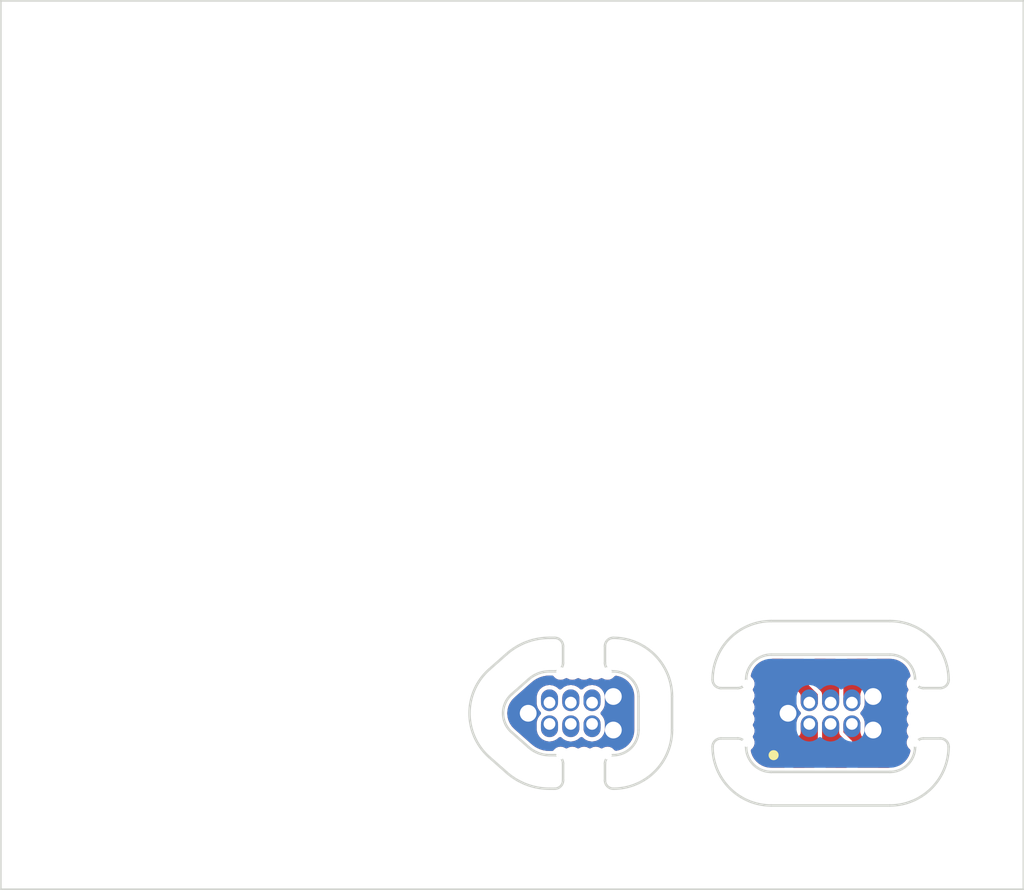
<source format=kicad_pcb>
(kicad_pcb (version 20211014) (generator pcbnew)
  (layers (0 "F.Cu" signal) (31 "B.Cu" signal) (34 "B.Paste" user) (35 "F.Paste" user) (36 "B.SilkS" user "B.Silkscreen") (37 "F.SilkS" user "F.Silkscreen") (38 "B.Mask" user) (39 "F.Mask" user) (44 "Edge.Cuts" user))
  (net 0 "")
  (net 1 "unconnected-(J1-Pad1)")
  (net 2 "unconnected-(J1-Pad2)")
  (net 3 "unconnected-(J1-Pad3)")
  (net 4 "unconnected-(J1-Pad4)")
  (net 5 "unconnected-(J1-Pad5)")
  (net 6 "unconnected-(J1-Pad6)")
  (net 7 "unconnected-(J1-PadMP)")
  (net 14 "unconnected-(J2-PadMP)")
  (footprint "Stamp_Attach:SA_layer_D" (layer "F.Cu") (at 152 127)
    (fp_text reference "J2" hide)
    (fp_text value "SA_layer_D")
    (fp_line (start -3.829041 -3.531469) (end -4.857373 -2.622934) (layer "Edge.Cuts") (width 0.15))
    (fp_line (start -0.96 -2.5) (end -1.27 -2.5) (layer "Edge.Cuts") (width 0.15))
    (fp_line (start -0.46 3) (end -0.46 4) (layer "Edge.Cuts") (width 0.15))
    (fp_line (start -0.96 -4.5) (end -1.27 -4.5) (layer "Edge.Cuts") (width 0.15))
    (fp_line (start -0.96 4.5) (end -1.27 4.5) (layer "Edge.Cuts") (width 0.15))
    (fp_line (start 4.04 -1) (end 4.04 1) (layer "Edge.Cuts") (width 0.15))
    (fp_line (start -0.46 -3) (end -0.46 -4) (layer "Edge.Cuts") (width 0.15))
    (fp_line (start -3.53316 1.124115) (end -2.504829 2.032649) (layer "Edge.Cuts") (width 0.15))
    (fp_line (start -0.96 2.5) (end -1.27 2.5) (layer "Edge.Cuts") (width 0.15))
    (fp_line (start -2.504829 -2.032649) (end -3.53316 -1.124115) (layer "Edge.Cuts") (width 0.15))
    (fp_line (start -4.857373 2.622934) (end -3.829041 3.531469) (layer "Edge.Cuts") (width 0.15))
    (fp_line (start 2.04 4) (end 2.04 3) (layer "Edge.Cuts") (width 0.15))
    (fp_line (start 6.04 1) (end 6.04 -1) (layer "Edge.Cuts") (width 0.15))
    (fp_line (start 2.04 -3) (end 2.04 -4) (layer "Edge.Cuts") (width 0.15))
    (fp_arc (start -0.46 4) (mid -0.606447 4.353553) (end -0.96 4.5) (layer "Edge.Cuts") (width 0.15))
    (fp_arc (start 2.54 -2.5) (mid 2.186447 -2.646447) (end 2.04 -3) (layer "Edge.Cuts") (width 0.15))
    (fp_arc (start -2.504829 -2.032649) (mid -1.930155 -2.379254) (end -1.27 -2.5) (layer "Edge.Cuts") (width 0.15))
    (fp_arc (start 6.04 1) (mid 5.014874 3.474874) (end 2.54 4.5) (layer "Edge.Cuts") (width 0.15))
    (fp_arc (start 2.04 -4) (mid 2.186447 -4.353553) (end 2.54 -4.5) (layer "Edge.Cuts") (width 0.15))
    (fp_arc (start -1.27 4.5) (mid -2.638096 4.249767) (end -3.829041 3.531469) (layer "Edge.Cuts") (width 0.15))
    (fp_arc (start -0.96 2.5) (mid -0.606447 2.646447) (end -0.46 3) (layer "Edge.Cuts") (width 0.15))
    (fp_arc (start 2.54 -4.5) (mid 5.014874 -3.474874) (end 6.04 -1) (layer "Edge.Cuts") (width 0.15))
    (fp_arc (start 4.04 1) (mid 3.60066 2.06066) (end 2.54 2.5) (layer "Edge.Cuts") (width 0.15))
    (fp_arc (start -0.46 -3) (mid -0.606447 -2.646447) (end -0.96 -2.5) (layer "Edge.Cuts") (width 0.15))
    (fp_arc (start -3.53316 1.124115) (mid -4.04 0) (end -3.53316 -1.124115) (layer "Edge.Cuts") (width 0.15))
    (fp_arc (start -3.829041 -3.531469) (mid -2.638096 -4.249767) (end -1.27 -4.5) (layer "Edge.Cuts") (width 0.15))
    (fp_arc (start -0.96 -4.5) (mid -0.606447 -4.353553) (end -0.46 -4) (layer "Edge.Cuts") (width 0.15))
    (fp_arc (start 2.54 4.5) (mid 2.186447 4.353553) (end 2.04 4) (layer "Edge.Cuts") (width 0.15))
    (fp_arc (start -1.27 2.5) (mid -1.930155 2.379254) (end -2.504829 2.032649) (layer "Edge.Cuts") (width 0.15))
    (fp_arc (start 2.04 3) (mid 2.186447 2.646447) (end 2.54 2.5) (layer "Edge.Cuts") (width 0.15))
    (fp_arc (start -4.857373 2.622934) (mid -6.04 0) (end -4.857373 -2.622934) (layer "Edge.Cuts") (width 0.15))
    (fp_arc (start 2.54 -2.5) (mid 3.60066 -2.06066) (end 4.04 -1) (layer "Edge.Cuts") (width 0.15))
    (pad "" np_thru_hole circle (at 2.19 -2.5) (size 0.5 0.5) (drill 0.5) (layers F&B.Cu *.Mask))
    (pad "" np_thru_hole circle (at 0.09 -2.5) (size 0.5 0.5) (drill 0.5) (layers F&B.Cu *.Mask))
    (pad "" np_thru_hole circle (at 0.79 2.5 180) (size 0.5 0.5) (drill 0.5) (layers F&B.Cu *.Mask))
    (pad "" np_thru_hole circle (at 1.49 -2.5) (size 0.5 0.5) (drill 0.5) (layers F&B.Cu *.Mask))
    (pad "" np_thru_hole circle (at -0.61 -2.5) (size 0.5 0.5) (drill 0.5) (layers F&B.Cu *.Mask))
    (pad "" np_thru_hole circle (at 2.19 2.5 180) (size 0.5 0.5) (drill 0.5) (layers F&B.Cu *.Mask))
    (pad "" np_thru_hole circle (at 0.09 2.5 180) (size 0.5 0.5) (drill 0.5) (layers F&B.Cu *.Mask))
    (pad "" np_thru_hole circle (at -0.61 2.5 180) (size 0.5 0.5) (drill 0.5) (layers F&B.Cu *.Mask))
    (pad "" np_thru_hole circle (at 0.79 -2.5) (size 0.5 0.5) (drill 0.5) (layers F&B.Cu *.Mask))
    (pad "" np_thru_hole circle (at 1.49 2.5 180) (size 0.5 0.5) (drill 0.5) (layers F&B.Cu *.Mask))
    (pad "1" thru_hole custom (at -1.27 0.635 270) (size 1.02 1.02) (drill 0.7) (layers *.Cu *.Mask) (options (clearance outline) (anchor circle)) (primitives (gr_circle (center 0.28 0) (end 0.79 0) (width 0) (fill yes)) (gr_poly (pts (xy 0 0.51) (xy 0.28 0.51) (xy 0.28 -0.51) (xy 0 -0.51)) (width 0) (fill yes))))
    (pad "2" thru_hole custom (at -1.27 -0.635 90) (size 1.02 1.02) (drill 0.7) (layers *.Cu *.Mask) (options (clearance outline) (anchor circle)) (primitives (gr_circle (center 0.28 0) (end 0.79 0) (width 0) (fill yes)) (gr_poly (pts (xy 0 0.51) (xy 0.28 0.51) (xy 0.28 -0.51) (xy 0 -0.51)) (width 0) (fill yes))))
    (pad "3" thru_hole custom (at 0 0.635 270) (size 1.02 1.02) (drill 0.7) (layers *.Cu *.Mask) (options (clearance outline) (anchor circle)) (primitives (gr_circle (center 0.28 0) (end 0.79 0) (width 0) (fill yes)) (gr_poly (pts (xy 0 0.51) (xy 0.28 0.51) (xy 0.28 -0.51) (xy 0 -0.51)) (width 0) (fill yes))))
    (pad "4" thru_hole custom (at 0 -0.635 90) (size 1.02 1.02) (drill 0.7) (layers *.Cu *.Mask) (options (clearance outline) (anchor circle)) (primitives (gr_circle (center 0.28 0) (end 0.79 0) (width 0) (fill yes)) (gr_poly (pts (xy 0 0.51) (xy 0.28 0.51) (xy 0.28 -0.51) (xy 0 -0.51)) (width 0) (fill yes))))
    (pad "5" thru_hole custom (at 1.27 0.635 270) (size 1.02 1.02) (drill 0.7) (layers *.Cu *.Mask) (options (clearance outline) (anchor circle)) (primitives (gr_circle (center 0.28 0) (end 0.79 0) (width 0) (fill yes)) (gr_poly (pts (xy 0 0.51) (xy 0.28 0.51) (xy 0.28 -0.51) (xy 0 -0.51)) (width 0) (fill yes))))
    (pad "6" thru_hole custom (at 1.27 -0.635 90) (size 1.02 1.02) (drill 0.7) (layers *.Cu *.Mask) (options (clearance outline) (anchor circle)) (primitives (gr_circle (center 0.28 0) (end 0.79 0) (width 0) (fill yes)) (gr_poly (pts (xy 0 0.51) (xy 0.28 0.51) (xy 0.28 -0.51) (xy 0 -0.51)) (width 0) (fill yes))))
    (pad "MP" thru_hole custom (at 2.54 1 45) (size 1 1) (drill 1) (layers *.Cu *.Mask) (net 14 "unconnected-(J2-PadMP)") (options (clearance outline) (anchor circle)) (primitives (gr_poly (pts (xy 0 0) (xy 0.5 0.5) (xy 0.75 0.5) (xy 0.75 -0.5) (xy 0.5 -0.5)) (width 0) (fill yes))))
    (pad "MP" thru_hole custom (at -2.54 0 180) (size 1 1) (drill 1) (layers *.Cu *.Mask) (net 14 "unconnected-(J2-PadMP)") (options (clearance outline) (anchor circle)) (primitives (gr_poly (pts (xy 0 0) (xy 0.5 0.5) (xy 0.75 0.5) (xy 0.75 -0.5) (xy 0.5 -0.5)) (width 0) (fill yes))))
    (pad "MP" thru_hole custom (at 2.54 -1 315) (size 1 1) (drill 1) (layers *.Cu *.Mask) (net 14 "unconnected-(J2-PadMP)") (options (clearance outline) (anchor circle)) (primitives (gr_poly (pts (xy 0 0) (xy 0.5 0.5) (xy 0.75 0.5) (xy 0.75 -0.5) (xy 0.5 -0.5)) (width 0) (fill yes))))
  )
  (footprint "Stamp_Attach:SA_layer_A" (layer "F.Cu") (at 167.5 127)
    (fp_text reference "J1" hide)
    (fp_text value "SA_layer_A")
    (fp_line (start -5.54 1.5) (end -6.54 1.5) (layer "Edge.Cuts") (width 0.15))
    (fp_line (start 6.54 1.5) (end 5.54 1.5) (layer "Edge.Cuts") (width 0.15))
    (fp_line (start -6.54 -1.5) (end -5.54 -1.5) (layer "Edge.Cuts") (width 0.15))
    (fp_line (start 3.54 -3.5) (end -3.54 -3.5) (layer "Edge.Cuts") (width 0.15))
    (fp_line (start 3.54 -5.5) (end -3.54 -5.5) (layer "Edge.Cuts") (width 0.15))
    (fp_line (start 3.54 3.5) (end -3.54 3.5) (layer "Edge.Cuts") (width 0.15))
    (fp_line (start 3.54 5.5) (end -3.54 5.5) (layer "Edge.Cuts") (width 0.15))
    (fp_line (start 5.54 -1.5) (end 6.54 -1.5) (layer "Edge.Cuts") (width 0.15))
    (fp_arc (start -5.04 -2) (mid -5.186447 -1.646447) (end -5.54 -1.5) (layer "Edge.Cuts") (width 0.15))
    (fp_arc (start -7.04 2) (mid -6.893553 1.646447) (end -6.54 1.5) (layer "Edge.Cuts") (width 0.15))
    (fp_arc (start -3.54 3.5) (mid -4.60066 3.06066) (end -5.04 2) (layer "Edge.Cuts") (width 0.15))
    (fp_arc (start -6.54 -1.5) (mid -6.893553 -1.646447) (end -7.04 -2) (layer "Edge.Cuts") (width 0.15))
    (fp_arc (start 3.54 -3.5) (mid 4.60066 -3.06066) (end 5.04 -2) (layer "Edge.Cuts") (width 0.15))
    (fp_arc (start -5.54 1.5) (mid -5.186447 1.646447) (end -5.04 2) (layer "Edge.Cuts") (width 0.15))
    (fp_arc (start 5.04 2) (mid 4.60066 3.06066) (end 3.54 3.5) (layer "Edge.Cuts") (width 0.15))
    (fp_arc (start 5.04 2) (mid 5.186447 1.646447) (end 5.54 1.5) (layer "Edge.Cuts") (width 0.15))
    (fp_arc (start -5.04 -2) (mid -4.60066 -3.06066) (end -3.54 -3.5) (layer "Edge.Cuts") (width 0.15))
    (fp_arc (start 5.54 -1.5) (mid 5.186447 -1.646447) (end 5.04 -2) (layer "Edge.Cuts") (width 0.15))
    (fp_arc (start 7.04 -2) (mid 6.893553 -1.646447) (end 6.54 -1.5) (layer "Edge.Cuts") (width 0.15))
    (fp_arc (start 3.54 -5.5) (mid 6.014874 -4.474874) (end 7.04 -2) (layer "Edge.Cuts") (width 0.15))
    (fp_arc (start 6.54 1.5) (mid 6.893553 1.646447) (end 7.04 2) (layer "Edge.Cuts") (width 0.15))
    (fp_arc (start -7.04 -2) (mid -6.014874 -4.474874) (end -3.54 -5.5) (layer "Edge.Cuts") (width 0.15))
    (fp_arc (start -3.54 5.5) (mid -6.014874 4.474874) (end -7.04 2) (layer "Edge.Cuts") (width 0.15))
    (fp_arc (start 7.04 2) (mid 6.014874 4.474874) (end 3.54 5.5) (layer "Edge.Cuts") (width 0.15))
    (pad "" np_thru_hole circle (at 5.04 1.05) (size 0.5 0.5) (drill 0.5) (layers F&B.Cu *.Mask))
    (pad "" np_thru_hole circle (at 5.04 0.35) (size 0.5 0.5) (drill 0.5) (layers F&B.Cu *.Mask))
    (pad "" np_thru_hole circle (at 5.04 -1.05) (size 0.5 0.5) (drill 0.5) (layers F&B.Cu *.Mask))
    (pad "" np_thru_hole circle (at -5.04 -0.35 180) (size 0.5 0.5) (drill 0.5) (layers F&B.Cu *.Mask))
    (pad "" np_thru_hole circle (at 5.04 -0.35) (size 0.5 0.5) (drill 0.5) (layers F&B.Cu *.Mask))
    (pad "" np_thru_hole circle (at 5.04 1.75) (size 0.5 0.5) (drill 0.5) (layers F&B.Cu *.Mask))
    (pad "" np_thru_hole circle (at 5.04 -1.75) (size 0.5 0.5) (drill 0.5) (layers F&B.Cu *.Mask))
    (pad "" np_thru_hole circle (at -5.04 -1.05 180) (size 0.5 0.5) (drill 0.5) (layers F&B.Cu *.Mask))
    (pad "" np_thru_hole circle (at -5.04 1.75 180) (size 0.5 0.5) (drill 0.5) (layers F&B.Cu *.Mask))
    (pad "" np_thru_hole circle (at -5.04 -1.75 180) (size 0.5 0.5) (drill 0.5) (layers F&B.Cu *.Mask))
    (pad "" np_thru_hole circle (at -5.04 0.35 180) (size 0.5 0.5) (drill 0.5) (layers F&B.Cu *.Mask))
    (pad "" np_thru_hole circle (at -5.04 1.05 180) (size 0.5 0.5) (drill 0.5) (layers F&B.Cu *.Mask))
    (pad "1" thru_hole custom (at -1.27 0.635 270) (size 1.02 1.02) (drill 0.7) (layers *.Cu *.Mask) (net 1 "unconnected-(J1-Pad1)") (options (clearance outline) (anchor circle)) (primitives (gr_circle (center 0.28 0) (end 0.79 0) (width 0) (fill yes)) (gr_poly (pts (xy 0 0.51) (xy 0.28 0.51) (xy 0.28 -0.51) (xy 0 -0.51)) (width 0) (fill yes))))
    (pad "1" smd roundrect (at -1.905 2.5 90) (size 1.5 1) (layers "F.Cu" "F.Paste" "F.Mask") (roundrect_rratio 0.2) (net 1 "unconnected-(J1-Pad1)"))
    (pad "2" thru_hole custom (at -1.27 -0.635 90) (size 1.02 1.02) (drill 0.7) (layers *.Cu *.Mask) (net 2 "unconnected-(J1-Pad2)") (options (clearance outline) (anchor circle)) (primitives (gr_circle (center 0.28 0) (end 0.79 0) (width 0) (fill yes)) (gr_poly (pts (xy 0 0.51) (xy 0.28 0.51) (xy 0.28 -0.51) (xy 0 -0.51)) (width 0) (fill yes))))
    (pad "2" smd roundrect (at -3.175 -2.5 90) (size 1.5 1) (layers "F.Cu" "F.Paste" "F.Mask") (roundrect_rratio 0.2) (net 2 "unconnected-(J1-Pad2)"))
    (pad "3" thru_hole custom (at 0 0.635 270) (size 1.02 1.02) (drill 0.7) (layers *.Cu *.Mask) (net 3 "unconnected-(J1-Pad3)") (options (clearance outline) (anchor circle)) (primitives (gr_circle (center 0.28 0) (end 0.79 0) (width 0) (fill yes)) (gr_poly (pts (xy 0 0.51) (xy 0.28 0.51) (xy 0.28 -0.51) (xy 0 -0.51)) (width 0) (fill yes))))
    (pad "3" smd roundrect (at 0.635 2.5 90) (size 1.5 1) (layers "F.Cu" "F.Paste" "F.Mask") (roundrect_rratio 0.2) (net 3 "unconnected-(J1-Pad3)"))
    (pad "4" thru_hole custom (at 0 -0.635 90) (size 1.02 1.02) (drill 0.7) (layers *.Cu *.Mask) (net 4 "unconnected-(J1-Pad4)") (options (clearance outline) (anchor circle)) (primitives (gr_circle (center 0.28 0) (end 0.79 0) (width 0) (fill yes)) (gr_poly (pts (xy 0 0.51) (xy 0.28 0.51) (xy 0.28 -0.51) (xy 0 -0.51)) (width 0) (fill yes))))
    (pad "4" smd roundrect (at -0.635 -2.5 90) (size 1.5 1) (layers "F.Cu" "F.Paste" "F.Mask") (roundrect_rratio 0.2) (net 4 "unconnected-(J1-Pad4)"))
    (pad "5" thru_hole custom (at 1.27 0.635 270) (size 1.02 1.02) (drill 0.7) (layers *.Cu *.Mask) (net 5 "unconnected-(J1-Pad5)") (options (clearance outline) (anchor circle)) (primitives (gr_circle (center 0.28 0) (end 0.79 0) (width 0) (fill yes)) (gr_poly (pts (xy 0 0.51) (xy 0.28 0.51) (xy 0.28 -0.51) (xy 0 -0.51)) (width 0) (fill yes))))
    (pad "5" smd roundrect (at 3.175 2.5 90) (size 1.5 1) (layers "F.Cu" "F.Paste" "F.Mask") (roundrect_rratio 0.2) (chamfer_ratio 0.5) (chamfer top_right) (net 5 "unconnected-(J1-Pad5)"))
    (pad "6" smd roundrect (at 1.905 -2.5 90) (size 1.5 1) (layers "F.Cu" "F.Paste" "F.Mask") (roundrect_rratio 0.2) (chamfer_ratio 0.5) (chamfer bottom_left) (net 6 "unconnected-(J1-Pad6)"))
    (pad "6" thru_hole custom (at 1.27 -0.635 90) (size 1.02 1.02) (drill 0.7) (layers *.Cu *.Mask) (net 6 "unconnected-(J1-Pad6)") (options (clearance outline) (anchor circle)) (primitives (gr_circle (center 0.28 0) (end 0.79 0) (width 0) (fill yes)) (gr_poly (pts (xy 0 0.51) (xy 0.28 0.51) (xy 0.28 -0.51) (xy 0 -0.51)) (width 0) (fill yes))))
    (pad "MP" thru_hole custom (at 2.54 1 45) (size 1 1) (drill 1) (layers *.Cu *.Mask) (net 7 "unconnected-(J1-PadMP)") (options (clearance outline) (anchor circle)) (primitives (gr_poly (pts (xy 0 0) (xy 0.5 0.5) (xy 0.75 0.5) (xy 0.75 -0.5) (xy 0.5 -0.5)) (width 0) (fill yes))))
    (pad "MP" thru_hole custom (at 2.54 -1 315) (size 1 1) (drill 1) (layers *.Cu *.Mask) (net 7 "unconnected-(J1-PadMP)") (options (clearance outline) (anchor circle)) (primitives (gr_poly (pts (xy 0 0) (xy 0.5 0.5) (xy 0.75 0.5) (xy 0.75 -0.5) (xy 0.5 -0.5)) (width 0) (fill yes))))
    (pad "MP" thru_hole custom (at -2.54 0 180) (size 1 1) (drill 1) (layers *.Cu *.Mask) (net 7 "unconnected-(J1-PadMP)") (options (clearance outline) (anchor circle)) (primitives (gr_poly (pts (xy 0 0) (xy 0.5 0.5) (xy 0.75 0.5) (xy 0.75 -0.5) (xy 0.5 -0.5)) (width 0) (fill yes))))
  )
  (gr_circle (center 164.1 129.5) (end 164.3 129.5) (layer "F.SilkS") (width 0.2) (fill solid))
  (gr_rect (start 118 137.5) (end 179 84.5) (layer "Edge.Cuts") (width 0.1) (fill none))
  (zone (net 4) (net_name "unconnected-(J1-Pad4)") (layer "F.Cu") (priority 2) (connect_pads yes (clearance 0.25)) (min_thickness 0.127) (fill yes (thermal_gap 0.508) (thermal_bridge_width 0.508) (smoothing fillet) (radius 0.254))
    (polygon (pts (xy 166.99 125.76) (xy 166.36 125.13) (xy 166.36 123.75) (xy 168.01 123.75) (xy 168.009999 126.64) (xy 166.990001 126.64)))
  )
  (zone (net 14) (net_name "unconnected-(J2-PadMP)") (layers F&B.Cu) (connect_pads yes (clearance 0.25)) (min_thickness 0.25) (fill yes (thermal_gap 0.508) (thermal_bridge_width 0.508))
    (polygon (pts (xy 156.5 130) (xy 149.5 130) (xy 147.5 128) (xy 147.5 126) (xy 149.5 124) (xy 156.5 124)))
  )
  (zone (net 2) (net_name "unconnected-(J1-Pad2)") (layer "F.Cu") (priority 1) (connect_pads yes (clearance 0.254)) (min_thickness 0.127) (fill yes (thermal_gap 0.508) (thermal_bridge_width 0.508) (smoothing fillet) (radius 0.254))
    (polygon (pts (xy 165.72 125.86) (xy 165.4 125.54) (xy 165.11 125.25) (xy 163.830001 125.25) (xy 163.830001 123.75) (xy 166.1 123.75) (xy 166.1 125.330001) (xy 166.74 125.33) (xy 166.74 126.64) (xy 165.72 126.64)))
  )
  (zone (net 1) (net_name "unconnected-(J1-Pad1)") (layer "F.Cu") (priority 1) (connect_pads yes (clearance 0.25)) (min_thickness 0.127) (fill yes (thermal_gap 0.508) (thermal_bridge_width 0.508) (smoothing fillet) (radius 0.254))
    (polygon (pts (xy 166.74 130.25) (xy 165.09 130.25) (xy 165.09 128.87) (xy 165.72 128.24) (xy 165.72 127.36) (xy 166.74 127.36)))
  )
  (zone (net 7) (net_name "unconnected-(J1-PadMP)") (layers F&B.Cu) (connect_pads yes (clearance 0.25)) (min_thickness 0.25) (fill yes (thermal_gap 0.508) (thermal_bridge_width 0.508) (smoothing fillet) (radius 0.254))
    (polygon (pts (xy 173 130.75) (xy 162 130.75) (xy 162 123.25) (xy 173 123.25)))
  )
  (zone (net 6) (net_name "unconnected-(J1-Pad6)") (layer "F.Cu") (priority 1) (connect_pads yes (clearance 0.25)) (min_thickness 0.127) (fill yes (thermal_gap 0.508) (thermal_bridge_width 0.508) (smoothing fillet) (radius 0.254))
    (polygon (pts (xy 168.26 123.75) (xy 169.91 123.75) (xy 169.9 125.34) (xy 169.293376 125.86) (xy 169.28 126.07) (xy 169.28 126.19) (xy 169.28 126.64) (xy 168.26 126.64)))
  )
  (zone (net 0) (net_name "") (layer "F.Cu") (connect_pads yes (clearance 0)) (min_thickness 0.127)
    (keepout (tracks allowed) (vias allowed) (pads allowed) (copperpour not_allowed) (footprints not_allowed))
    (fill (thermal_gap 0.508) (thermal_bridge_width 0.508))
    (polygon (pts (xy 168.5 127.25) (xy 166.5 127.25) (xy 166.5 126.75) (xy 168.5 126.75)))
  )
  (zone (net 0) (net_name "") (layer "F.Cu") (connect_pads (clearance 0)) (min_thickness 0.254)
    (keepout (tracks allowed) (vias allowed) (pads allowed) (copperpour not_allowed) (footprints not_allowed))
    (fill (thermal_gap 0.508) (thermal_bridge_width 0.508))
    (polygon (pts (xy 153 127.5) (xy 151 127.5) (xy 151 126.5) (xy 153 126.5)))
  )
  (zone (net 5) (net_name "unconnected-(J1-Pad5)") (layer "F.Cu") (priority 1) (connect_pads yes (clearance 0.25)) (min_thickness 0.127) (fill yes (thermal_gap 0.508) (thermal_bridge_width 0.508) (smoothing fillet) (radius 0.254))
    (polygon (pts (xy 169.28 128.02) (xy 169.322712 128.22) (xy 170.04 128.75) (xy 171.17 128.75) (xy 171.17 130.25) (xy 168.9 130.25) (xy 168.9 128.67) (xy 168.26 128.67) (xy 168.26 127.36) (xy 169.28 127.36)))
  )
  (zone (net 3) (net_name "unconnected-(J1-Pad3)") (layer "F.Cu") (priority 2) (connect_pads yes (clearance 0.25)) (min_thickness 0.127) (fill yes (thermal_gap 0.508) (thermal_bridge_width 0.508) (smoothing fillet) (radius 0.254))
    (polygon (pts (xy 168.01 128.24) (xy 168.64 128.87) (xy 168.64 130.25) (xy 166.99 130.25) (xy 166.990001 127.36) (xy 168.009999 127.36)))
  )
)
</source>
